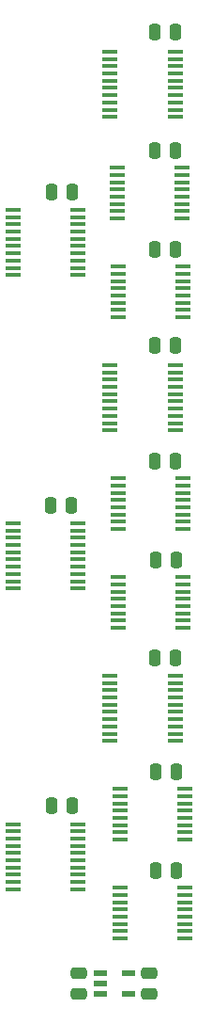
<source format=gbr>
%TF.GenerationSoftware,KiCad,Pcbnew,7.0.5*%
%TF.CreationDate,2024-01-25T17:04:26+02:00*%
%TF.ProjectId,Video Address Counter,56696465-6f20-4416-9464-726573732043,rev?*%
%TF.SameCoordinates,Original*%
%TF.FileFunction,Paste,Top*%
%TF.FilePolarity,Positive*%
%FSLAX46Y46*%
G04 Gerber Fmt 4.6, Leading zero omitted, Abs format (unit mm)*
G04 Created by KiCad (PCBNEW 7.0.5) date 2024-01-25 17:04:26*
%MOMM*%
%LPD*%
G01*
G04 APERTURE LIST*
G04 Aperture macros list*
%AMRoundRect*
0 Rectangle with rounded corners*
0 $1 Rounding radius*
0 $2 $3 $4 $5 $6 $7 $8 $9 X,Y pos of 4 corners*
0 Add a 4 corners polygon primitive as box body*
4,1,4,$2,$3,$4,$5,$6,$7,$8,$9,$2,$3,0*
0 Add four circle primitives for the rounded corners*
1,1,$1+$1,$2,$3*
1,1,$1+$1,$4,$5*
1,1,$1+$1,$6,$7*
1,1,$1+$1,$8,$9*
0 Add four rect primitives between the rounded corners*
20,1,$1+$1,$2,$3,$4,$5,0*
20,1,$1+$1,$4,$5,$6,$7,0*
20,1,$1+$1,$6,$7,$8,$9,0*
20,1,$1+$1,$8,$9,$2,$3,0*%
G04 Aperture macros list end*
%ADD10R,1.475000X0.450000*%
%ADD11R,1.450000X0.450000*%
%ADD12R,1.150000X0.600000*%
%ADD13RoundRect,0.250000X0.475000X-0.250000X0.475000X0.250000X-0.475000X0.250000X-0.475000X-0.250000X0*%
%ADD14RoundRect,0.250000X0.250000X0.475000X-0.250000X0.475000X-0.250000X-0.475000X0.250000X-0.475000X0*%
G04 APERTURE END LIST*
D10*
%TO.C,IC13*%
X85710000Y-101850000D03*
X85710000Y-102500000D03*
X85710000Y-103150000D03*
X85710000Y-103800000D03*
X85710000Y-104450000D03*
X85710000Y-105100000D03*
X85710000Y-105750000D03*
X85710000Y-106400000D03*
X85710000Y-107050000D03*
X85710000Y-107700000D03*
X91586000Y-107700000D03*
X91586000Y-107050000D03*
X91586000Y-106400000D03*
X91586000Y-105750000D03*
X91586000Y-105100000D03*
X91586000Y-104450000D03*
X91586000Y-103800000D03*
X91586000Y-103150000D03*
X91586000Y-102500000D03*
X91586000Y-101850000D03*
%TD*%
%TO.C,IC12*%
X85710000Y-73910000D03*
X85710000Y-74560000D03*
X85710000Y-75210000D03*
X85710000Y-75860000D03*
X85710000Y-76510000D03*
X85710000Y-77160000D03*
X85710000Y-77810000D03*
X85710000Y-78460000D03*
X85710000Y-79110000D03*
X85710000Y-79760000D03*
X91586000Y-79760000D03*
X91586000Y-79110000D03*
X91586000Y-78460000D03*
X91586000Y-77810000D03*
X91586000Y-77160000D03*
X91586000Y-76510000D03*
X91586000Y-75860000D03*
X91586000Y-75210000D03*
X91586000Y-74560000D03*
X91586000Y-73910000D03*
%TD*%
%TO.C,IC11*%
X85710000Y-45716000D03*
X85710000Y-46366000D03*
X85710000Y-47016000D03*
X85710000Y-47666000D03*
X85710000Y-48316000D03*
X85710000Y-48966000D03*
X85710000Y-49616000D03*
X85710000Y-50266000D03*
X85710000Y-50916000D03*
X85710000Y-51566000D03*
X91586000Y-51566000D03*
X91586000Y-50916000D03*
X91586000Y-50266000D03*
X91586000Y-49616000D03*
X91586000Y-48966000D03*
X91586000Y-48316000D03*
X91586000Y-47666000D03*
X91586000Y-47016000D03*
X91586000Y-46366000D03*
X91586000Y-45716000D03*
%TD*%
D11*
%TO.C,IC10*%
X86612000Y-120915000D03*
X86612000Y-121565000D03*
X86612000Y-122215000D03*
X86612000Y-122865000D03*
X86612000Y-123515000D03*
X86612000Y-124165000D03*
X86612000Y-124815000D03*
X86612000Y-125465000D03*
X92462000Y-125465000D03*
X92462000Y-124815000D03*
X92462000Y-124165000D03*
X92462000Y-123515000D03*
X92462000Y-122865000D03*
X92462000Y-122215000D03*
X92462000Y-121565000D03*
X92462000Y-120915000D03*
%TD*%
%TO.C,IC9*%
X86612000Y-112025000D03*
X86612000Y-112675000D03*
X86612000Y-113325000D03*
X86612000Y-113975000D03*
X86612000Y-114625000D03*
X86612000Y-115275000D03*
X86612000Y-115925000D03*
X86612000Y-116575000D03*
X92462000Y-116575000D03*
X92462000Y-115925000D03*
X92462000Y-115275000D03*
X92462000Y-114625000D03*
X92462000Y-113975000D03*
X92462000Y-113325000D03*
X92462000Y-112675000D03*
X92462000Y-112025000D03*
%TD*%
D10*
%TO.C,IC8*%
X76947000Y-115185000D03*
X76947000Y-115835000D03*
X76947000Y-116485000D03*
X76947000Y-117135000D03*
X76947000Y-117785000D03*
X76947000Y-118435000D03*
X76947000Y-119085000D03*
X76947000Y-119735000D03*
X76947000Y-120385000D03*
X76947000Y-121035000D03*
X82823000Y-121035000D03*
X82823000Y-120385000D03*
X82823000Y-119735000D03*
X82823000Y-119085000D03*
X82823000Y-118435000D03*
X82823000Y-117785000D03*
X82823000Y-117135000D03*
X82823000Y-116485000D03*
X82823000Y-115835000D03*
X82823000Y-115185000D03*
%TD*%
D11*
%TO.C,IC7*%
X86485000Y-92975000D03*
X86485000Y-93625000D03*
X86485000Y-94275000D03*
X86485000Y-94925000D03*
X86485000Y-95575000D03*
X86485000Y-96225000D03*
X86485000Y-96875000D03*
X86485000Y-97525000D03*
X92335000Y-97525000D03*
X92335000Y-96875000D03*
X92335000Y-96225000D03*
X92335000Y-95575000D03*
X92335000Y-94925000D03*
X92335000Y-94275000D03*
X92335000Y-93625000D03*
X92335000Y-92975000D03*
%TD*%
%TO.C,IC6*%
X86485000Y-84085000D03*
X86485000Y-84735000D03*
X86485000Y-85385000D03*
X86485000Y-86035000D03*
X86485000Y-86685000D03*
X86485000Y-87335000D03*
X86485000Y-87985000D03*
X86485000Y-88635000D03*
X92335000Y-88635000D03*
X92335000Y-87985000D03*
X92335000Y-87335000D03*
X92335000Y-86685000D03*
X92335000Y-86035000D03*
X92335000Y-85385000D03*
X92335000Y-84735000D03*
X92335000Y-84085000D03*
%TD*%
D10*
%TO.C,IC5*%
X76947000Y-88134000D03*
X76947000Y-88784000D03*
X76947000Y-89434000D03*
X76947000Y-90084000D03*
X76947000Y-90734000D03*
X76947000Y-91384000D03*
X76947000Y-92034000D03*
X76947000Y-92684000D03*
X76947000Y-93334000D03*
X76947000Y-93984000D03*
X82823000Y-93984000D03*
X82823000Y-93334000D03*
X82823000Y-92684000D03*
X82823000Y-92034000D03*
X82823000Y-91384000D03*
X82823000Y-90734000D03*
X82823000Y-90084000D03*
X82823000Y-89434000D03*
X82823000Y-88784000D03*
X82823000Y-88134000D03*
%TD*%
D11*
%TO.C,IC4*%
X86485000Y-65035000D03*
X86485000Y-65685000D03*
X86485000Y-66335000D03*
X86485000Y-66985000D03*
X86485000Y-67635000D03*
X86485000Y-68285000D03*
X86485000Y-68935000D03*
X86485000Y-69585000D03*
X92335000Y-69585000D03*
X92335000Y-68935000D03*
X92335000Y-68285000D03*
X92335000Y-67635000D03*
X92335000Y-66985000D03*
X92335000Y-66335000D03*
X92335000Y-65685000D03*
X92335000Y-65035000D03*
%TD*%
%TO.C,IC3*%
X86358000Y-56145000D03*
X86358000Y-56795000D03*
X86358000Y-57445000D03*
X86358000Y-58095000D03*
X86358000Y-58745000D03*
X86358000Y-59395000D03*
X86358000Y-60045000D03*
X86358000Y-60695000D03*
X92208000Y-60695000D03*
X92208000Y-60045000D03*
X92208000Y-59395000D03*
X92208000Y-58745000D03*
X92208000Y-58095000D03*
X92208000Y-57445000D03*
X92208000Y-56795000D03*
X92208000Y-56145000D03*
%TD*%
D10*
%TO.C,IC2*%
X76947000Y-59940000D03*
X76947000Y-60590000D03*
X76947000Y-61240000D03*
X76947000Y-61890000D03*
X76947000Y-62540000D03*
X76947000Y-63190000D03*
X76947000Y-63840000D03*
X76947000Y-64490000D03*
X76947000Y-65140000D03*
X76947000Y-65790000D03*
X82823000Y-65790000D03*
X82823000Y-65140000D03*
X82823000Y-64490000D03*
X82823000Y-63840000D03*
X82823000Y-63190000D03*
X82823000Y-62540000D03*
X82823000Y-61890000D03*
X82823000Y-61240000D03*
X82823000Y-60590000D03*
X82823000Y-59940000D03*
%TD*%
D12*
%TO.C,IC1*%
X84808000Y-128590000D03*
X84808000Y-129540000D03*
X84808000Y-130490000D03*
X87408000Y-130490000D03*
X87408000Y-128590000D03*
%TD*%
D13*
%TO.C,C10*%
X82933000Y-130474000D03*
X82933000Y-128574000D03*
%TD*%
D14*
%TO.C,C6*%
X91741000Y-119380000D03*
X89841000Y-119380000D03*
%TD*%
%TO.C,C1*%
X82343000Y-113538000D03*
X80443000Y-113538000D03*
%TD*%
%TO.C,C2*%
X91741000Y-91440000D03*
X89841000Y-91440000D03*
%TD*%
%TO.C,C7*%
X91614000Y-82550000D03*
X89714000Y-82550000D03*
%TD*%
%TO.C,C12*%
X91741000Y-110490000D03*
X89841000Y-110490000D03*
%TD*%
%TO.C,C8*%
X82216000Y-86487000D03*
X80316000Y-86487000D03*
%TD*%
%TO.C,C4*%
X91614000Y-72136000D03*
X89714000Y-72136000D03*
%TD*%
%TO.C,C3*%
X91614000Y-100203000D03*
X89714000Y-100203000D03*
%TD*%
%TO.C,C5*%
X91614000Y-43942000D03*
X89714000Y-43942000D03*
%TD*%
D13*
%TO.C,C11*%
X89283000Y-130474000D03*
X89283000Y-128574000D03*
%TD*%
D14*
%TO.C,C14*%
X91614000Y-54610000D03*
X89714000Y-54610000D03*
%TD*%
%TO.C,C13*%
X91614000Y-63500000D03*
X89714000Y-63500000D03*
%TD*%
%TO.C,C9*%
X82326000Y-58293000D03*
X80426000Y-58293000D03*
%TD*%
M02*

</source>
